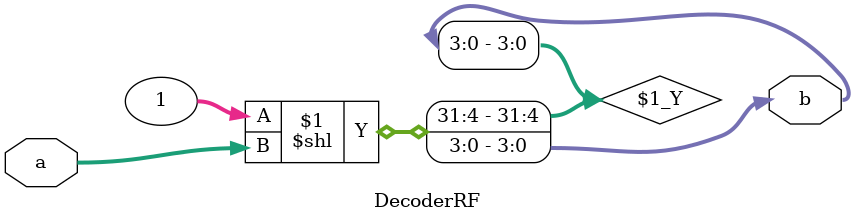
<source format=v>
module regfile(data_in,writenum,write,readnum,clk,data_out);
input [15:0] data_in;
input [2:0] writenum, readnum;
input write, clk;
output [15:0] data_out;


wire [15:0] R0;
wire [15:0] R1;
wire [15:0] R2;
wire [15:0] R3;
wire [15:0] R4;
wire [15:0] R5;
wire [15:0] R6;
wire [15:0] R7;

wire [7:0] hotWrite;
wire [7:0] hotRead;

wire [7:0] hotWriteOut;
//Assigns the hotWrite one-hot code going to the regFile inputs if write is 1, otherwise assigns 8'b0
assign hotWriteOut = write ? hotWrite : 8'b0; 

DecoderRF #(3,8) writeHot(writenum,hotWrite); //Instantiate writeHot to module DecoderRF
DecoderRF #(3,8) readHot(readnum,hotRead); //Instantiate readHot to module DecoderRF
Mux8_Hot #(16) MUX(R7,R6,R5,R4,R3,R2,R1,R0,hotRead,data_out);//Instantiate MUX to module Mux8_Hot
loadEnableRF #(16) LR0(data_in,hotWriteOut[0],clk,R0); //Instantiate LR0 to module loadEnableRF
loadEnableRF #(16) LR1(data_in,hotWriteOut[1],clk,R1); //Instantiate LR1 to module loadEnableRF
loadEnableRF #(16) LR2(data_in,hotWriteOut[2],clk,R2); //Instantiate LR2 to module loadEnableRF
loadEnableRF #(16) LR3(data_in,hotWriteOut[3],clk,R3); //Instantiate LR3 to module loadEnableRF
loadEnableRF #(16) LR4(data_in,hotWriteOut[4],clk,R4); //Instantiate LR4 to module loadEnableRF
loadEnableRF #(16) LR5(data_in,hotWriteOut[5],clk,R5); //Instantiate LR5 to module loadEnableRF
loadEnableRF #(16) LR6(data_in,hotWriteOut[6],clk,R6); //Instantiate LR6 to module loadEnableRF
loadEnableRF #(16) LR7(data_in,hotWriteOut[7],clk,R7); //Instantiate LR7 to module loadEnableRF

endmodule

module loadEnableRF(in,load,clk,out); //Create a loadEnable, referenced from slide set 6
 parameter n = 16;
 input [n-1:0] in;
 input load,clk;
 output[n-1:0] out;
 wire [n-1:0] middle;

 vDFFRF #(n) value (clk,middle,out); //Instantiate value with module VDFFRF
 assign middle = load ? in : out; //2 input binary select multiplexer

endmodule


module vDFFRF(clk,in,out); //Flip Flop, referenced from slide set 5
 parameter n = 1; //width
 input clk;
 input [n-1:0] in;
 output [n-1:0] out;
 reg [n-1:0] out;
 //Assigns out on the positive edge of clk
 always@(posedge clk)
  out = in;
endmodule

module Mux8_Hot(a7,a6,a5,a4,a3,a2,a1,a0,s,out); //Multiplexer with 8 input and a one hot code as s, referenced from slide set 6
 parameter k = 16;
 input [k-1:0] a7,a6,a5,a4,a3,a2,a1,a0;
 input [7:0] s;
 output [k-1:0] out;

 //Assigns out to be the the input selected by the one-hot code 
 assign out =({k{s[0]}} & a0) |
	   ({k{s[1]}} & a1) |
	   ({k{s[2]}} & a2) |
	   ({k{s[3]}} & a3) |
	   ({k{s[4]}} & a4) |
	   ({k{s[5]}} & a5) |
	   ({k{s[6]}} & a6) |
	   ({k{s[7]}} & a7) ;
endmodule


//a - binary input (n bits wide)
//b - one hot output (m bits wide)

module DecoderRF(a,b); //Decoder referenced from slide set 6 
 parameter n = 2;
 parameter m = 4;
 
 input [n-1:0] a;
 output [m-1:0] b;

//Assigns a one-hot code by shifting a 1 to the left by a
 wire [m-1:0] b = 1 << a; 
endmodule





</source>
